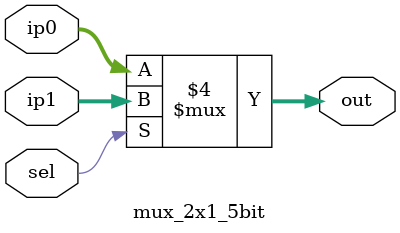
<source format=v>

module SingleCycle_MIPS( 
    clk,
    rst_n,
    IR_addr,
    IR,
    RF_writedata,
    ReadDataMem,
    CEN,
    WEN,
    A,
    ReadData2,
    OEN
);




//==== in/out declaration =================================
    //-------- processor ----------------------------------
    input         clk, rst_n;
    input  [31:0] IR;
    output [31:0] IR_addr, RF_writedata;
    //-------- data memory --------------------------------
    input  [31:0] ReadDataMem;  // read_data from memory
    output        CEN;  // chip_enable, 0 when you read/write data from/to memory
    output        WEN;  // write_enable, 0 when you write data into SRAM & 1 when you read data from SRAM
    output  [6:0] A;  // address
    output [31:0] ReadData2;  // write_data to memory
    output        OEN;  // output_enable, 0

//==== reg/wire declaration ===============================
    wire [25:0] Inst_25_0;
    wire [5:0] Inst_25_21;
    wire [5:0] Inst_20_16;
    wire [5:0] Inst_15_11;
    wire [15:0] Inst_15_0;
    wire [5:0] Inst_5_0;
    //wire [31:0] shamt; //Shift Amount for SLL and SRL??
    wire [31:0] pc;        //Program Counter
    wire [31:0] PCnext;
    wire [5:0] opcode;
    wire [5:0] funct;
    
    //wire [31:0] ReadData1;
    //wire bcond;
    wire RegDst;
    wire ALUSrc;
    wire MemtoReg;
    wire RegWrite; 
    wire MemRead;
    wire MemWrite;
    wire Jump;
    wire [1:0] ALUOp;
    wire Branch;
    //wire PCSrc1;
    wire zero;
    //wire PCSrc2;
    wire [3:0] ALU_control;
    wire [31:0] ALU_Result;
    wire [31:0] ALU_data1;
    wire [31:0] ALU_data2;
    wire [4:0] register_rd_addr1;
    wire [4:0] register_rd_addr2;
    wire [31:0] register_rd_data2;

    wire [4:0] register_wr_addr;
    wire [31:0] register_wr_data;

    wire [31:0] Add_result;
    wire [31:0] mem_alu_data_out;
    wire [31:0] pc_plus_4;        //PC + 8 to be written to GPR[31] on JAL
    //wire isJAL;    //Set when Instruction is JAL
    //wire isSLL_SRL;//Set when Instruction is SLL or SRL
    wire [31:0] Inst_15_0_sign_extend,Inst_15_0_sign_extend_shift_2; 
    wire [31:0] br_signext_sl2;
    wire [31:0] JumpAddr;
    wire [31:0] Mux_sel_a,Mux_out_a;

    assign opcode = IR[31:26];
    assign Inst_5_0  = IR[5:0];
    assign Inst_25_0   = IR[25:0];
    assign Inst_25_21  = IR[25:21];
    assign Inst_20_16  = IR[20:16];
    assign Inst_15_11  = IR[15:11];
    assign Inst_15_0   = IR[15:0];
    assign Inst_15_0_sign_extend_shift_2 = Inst_15_0_sign_extend<<2;
    assign Mux_sel_a = Branch & zero;
    assign WEN =   !MemWrite;
    assign CEN =(!opcode)? 1:0;
    assign OEN = 0;
    assign A = ALU_Result[8:2];

    assign IR_addr=pc;
    assign RF_writedata=register_wr_data;
    //assign ALU_data1 = ReadData1;
    assign register_rd_addr1 = Inst_25_21;
    assign register_rd_addr2 = Inst_20_16;
    assign ReadData2 = register_rd_data2;

    always@(negedge clk)begin
        $display("PC=%h,ReadDataMem=%h,register_wr_data=%h,Alu_data1=%h,ALU_data2=%h,register_rd_addr1=%h",pc,ReadDataMem,register_wr_data,ALU_data1,ALU_data2,register_rd_addr1);
    end

SignExtend SignExtend_0(Inst_15_0,Inst_15_0_sign_extend);

Alu_control Alu_control_0(
    .instruction_5_0(Inst_5_0),
    .ALUOp(ALUOp),
    .Alu_control(ALU_control)
);

Registers Registers_0(
    .clk(clk),
    .rst_n(rst_n),
    .RegWrite(RegWrite),
    .read_register_1(register_rd_addr1),
    .read_register_2(register_rd_addr2),
    .write_register(register_wr_addr),
    .write_data(register_wr_data),
    .read_data_1(ALU_data1) ,
    .read_data_2(register_rd_data2)
);
   
Alu Alu_0(
    .alu_data1(ALU_data1),
    .alu_data2(ALU_data2),
    .alu_ctrl(ALU_control),
    .zero(zero),
    .alu_result(ALU_Result)
);

Add_4 Add_4_0(
    .add_in(pc),
    .add_out(pc_plus_4)
);

Control Control_0(
    .instruction(opcode),
    .RegDst(RegDst),
    .Jump(Jump),
    .Branch(Branch),
    .MemRead(MemRead),
    .MemToReg(MemtoReg),
    .ALUOp(ALUOp),
    .MemWrite(MemWrite),
    .ALUSrc(ALUSrc),
    .RegWrite(RegWrite)
);

Add Add_0(
    .add_in1(pc_plus_4),
    .add_in2(Inst_15_0_sign_extend_shift_2),
    .add_out(Add_result)
);

mux_2x1 mux_2x1_a(
    .ip1(Add_result), 
    .ip0(pc_plus_4), 
    .sel(Mux_sel_a), 
    .out(Mux_out_a)
);

mux_2x1 mux_2x1_b(
    .ip1(JumpAddr), 
    .ip0(Mux_out_a), 
    .sel(Jump), 
    .out(PCnext)
);

mux_2x1 mux_2x1_c(
    .ip1(ReadDataMem), 
    .ip0(ALU_Result), 
    .sel(MemtoReg), 
    .out(register_wr_data)
);

mux_2x1_5bit mux_2x1_d(
    .ip1(Inst_15_11), 
    .ip0(Inst_20_16), 
    .sel(RegDst), 
    .out(register_wr_addr)
);

mux_2x1 mux_2x1_e(
    .ip1(Inst_15_0_sign_extend), 
    .ip0(register_rd_data2), 
    .sel(ALUSrc),
    .out(ALU_data2)
);


PC PC_0(
    .clk(clk),
    .rst_n(rst_n),
    .PCin(PCnext),
    .PCnext(pc)
);
//==== combinational part =================================


//==== sequential part ====================================


//=========================================================
endmodule

module Registers(
    clk,
    rst_n,
    RegWrite,
    read_register_1,
    read_register_2,
    write_register,
    write_data,
    read_data_1,
    read_data_2
);
    input RegWrite;
    input clk,rst_n;
    input [4:0] read_register_1,read_register_2,write_register;
    input [31:0] write_data;
    output [31:0] read_data_1,read_data_2;
    reg [31:0] read_data_1_reg,read_data_2_reg;
    reg [31:0] register_file [4:0];
    
    assign read_data_1 = read_data_1_reg;
    assign read_data_2 = read_data_2_reg;

    always@(posedge clk)  
    begin 
        if(rst_n)begin
            read_data_1_reg<=register_file[read_register_1];
            read_data_2_reg<=register_file[read_register_2];
            if(RegWrite) begin
                register_file[write_register]<=write_data;
            end
        end
    end

    always@(negedge rst_n)
    begin
            register_file[0]<=32'b0;
            register_file[1]<=32'b0;
            register_file[2]<=32'b0;
            register_file[3]<=32'b0;
            register_file[4]<=32'b0;
            register_file[5]<=32'b0;
            register_file[6]<=32'b0;
            register_file[7]<=32'b0;
            register_file[8]<=32'b0;
            register_file[9]<=32'b0;
            register_file[10]<=32'b0;
            register_file[11]<=32'b0;
            register_file[12]<=32'b0;
            register_file[13]<=32'b0;
            register_file[14]<=32'b0;
            register_file[15]<=32'b0;
            register_file[16]<=32'b0;
            register_file[17]<=32'b0;
            register_file[18]<=32'b0;
            register_file[19]<=32'b0;
            register_file[20]<=32'b0;
            register_file[21]<=32'b0;
            register_file[22]<=32'b0;
            register_file[23]<=32'b0;
            register_file[24]<=32'b0;
            register_file[25]<=32'b0;
            register_file[26]<=32'b0;
            register_file[27]<=32'b0;
            register_file[28]<=32'b0;
            register_file[29]<=32'b0;
            register_file[30]<=32'b0;
            register_file[31]<=32'b0;
    end



endmodule



module Add_4(
    add_in,
    add_out
);
    input [31:0] add_in;
    output [31:0] add_out;
    reg [31:0] add_value;
    
    assign add_out=add_value;
    
    
    always@(*)
    begin
        add_value=add_in+4;
    end

endmodule

module Add(
    add_in1,
    add_in2,
    add_out
);
    input [31:0] add_in1,add_in2;
    output [31:0] add_out;
    reg [31:0] add_value;
    
    assign add_out=add_value;
    
    
    always@(*)
    begin
        add_value=add_in1+add_in2;
    end

endmodule



module Control(
    instruction,
    RegDst,
    Jump,
    Branch,
    MemRead,
    MemToReg,
    ALUOp,
    MemWrite,
    ALUSrc,
    RegWrite
);

input [5:0] instruction;
output RegDst,Jump,Branch,MemRead,MemToReg,MemWrite,ALUSrc,RegWrite;
output [1:0] ALUOp;
reg RegDst_reg,Jump_reg,Branch_reg,MemRead_reg,MemToReg_reg,MemWrite_reg,ALUSrc_reg,RegWrite_reg;
reg ALUOp_reg[1:0];

`define BEQ  6'b000100
`define LB   6'b100000
`define LW   6'b100011
`define SB   6'b101000
`define SW   6'b101011
`define JR   6'b001000
`define J    6'b000010
`define JAL  6'b000011

assign RegDst= (instruction==6'b0);
assign Jump=(instruction==`J)   || (instruction==`JAL);
assign Branch=(instruction==`BEQ);
assign MemRead=(instruction==`LW)  || (instruction==`LB);
assign MemToReg=(instruction==`LW) || (instruction==`LB);
assign MemWrite=(instruction==`SW)  || (instruction==`SB);
assign ALUSrc=(instruction!=6'b0)&& (instruction!=`BEQ);
assign RegWrite=(instruction!=`SW)   &&  (instruction!=`SB)  &&  (instruction!=`BEQ)  && (instruction!=`J)    &&  (!((instruction==6'd0) ));
assign ALUOp[1]=(instruction==6'b0);
assign ALUOp[0]=(instruction==`BEQ);



endmodule

module Alu(
    alu_data1,
    alu_data2,
    alu_ctrl,
    zero,
    alu_result
);

    input [31:0] alu_data1,alu_data2;
    input [3:0] alu_ctrl;
    output zero;
    output [31:0] alu_result;
    reg [31:0] result;

    always@(*)  
    begin  
        case (alu_ctrl)  
            4'b0010: result = alu_data1+alu_data2;
            4'b0110: result = alu_data1-alu_data2;
            4'b0000: result = alu_data1 & alu_data2;
            4'b0001: result = alu_data1 | alu_data2;
            4'b0111: begin
                if(alu_data1<alu_data2) 
                    result=1;
                else
                    result=0;
            end
            default: result=0;
        endcase
    end

    assign alu_result=result;
    assign zero = result[31];
endmodule

module Alu_control(
    instruction_5_0,
    ALUOp,
    Alu_control
);

    input [5:0] instruction_5_0;
    input [1:0] ALUOp;
    output [3:0] Alu_control;
    reg [3:0] Alu_control_reg;

    assign Alu_control=Alu_control_reg;

    always@(*)  
    begin  
        case (ALUOp==2'b00)
            2'b00: Alu_control_reg=4'b0010;
            2'b01: Alu_control_reg=4'b0110;
            2'b10: begin
                case(instruction_5_0)
                    6'b100000:Alu_control_reg=4'b0010;
                    6'b100010:Alu_control_reg=4'b0110;
                    6'b100100:Alu_control_reg=4'b0000;
                    6'b100101:Alu_control_reg=4'b0001; //or
                    6'b101010:Alu_control_reg=4'b0111;
                    default: Alu_control_reg=4'b0010;
                endcase
                end
            default: Alu_control_reg=4'b0010;
        endcase
    end
endmodule

module PC(
    clk,
    rst_n,
    PCin,
    PCnext
);
    reg [31:0] PC_value;
    input clk,rst_n;
    input [31:0] PCin;
    output [31:0] PCnext;
    assign PCnext=PC_value;

    always@(negedge rst_n)
    begin
        PC_value<=31'b0;
    end
    always@(posedge clk)
    begin
        if(rst_n)
            PC_value<=PCin;
    end

endmodule

module SignExtend(
    instruction,
    instruction_out
);
    input [15:0] instruction;
    output [31:0] instruction_out;
    reg [31:0] instruction_value;
    assign instruction_out=instruction_value;

    always@(*)
    begin
        instruction_value[31:0] = { {16{instruction[15]}}, instruction[15:0]};
    end
endmodule

module mux_2x1 (
    ip1, 
    ip0, 
    sel, 
    out
);

input [31:0] ip1;
input [31:0] ip0;
input sel;
output reg [31:0] out;

always@(*) begin
  if (sel==1'b1) begin
   out = ip1;
  end 
  else begin 
   out = ip0;
  end
end

endmodule

module mux_2x1_5bit (
    ip1, 
    ip0, 
    sel, 
    out
);

input [4:0] ip1;
input [4:0] ip0;
input sel;
output reg [4:0] out;

always@(*) begin
  if (sel==1'b1) begin
   out = ip1;
  end 
  else begin 
   out = ip0;
  end
end

endmodule
</source>
